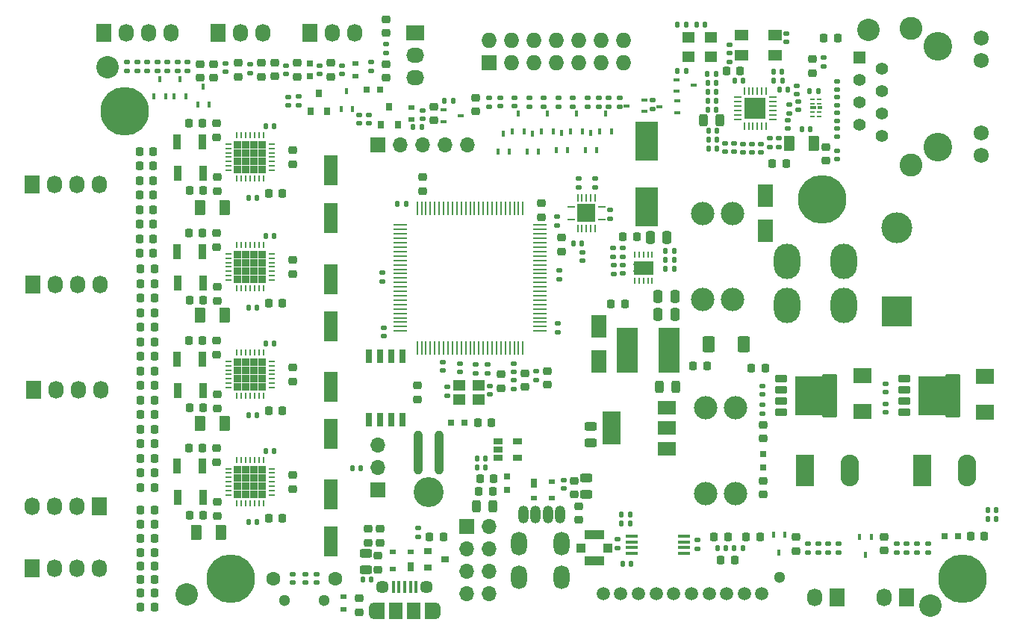
<source format=gbr>
%TF.GenerationSoftware,KiCad,Pcbnew,(6.0.2)*%
%TF.CreationDate,2022-04-18T10:54:01+08:00*%
%TF.ProjectId,BUDDY_v1.0.0,42554444-595f-4763-912e-302e302e6b69,v1.0.0*%
%TF.SameCoordinates,Original*%
%TF.FileFunction,Soldermask,Top*%
%TF.FilePolarity,Negative*%
%FSLAX46Y46*%
G04 Gerber Fmt 4.6, Leading zero omitted, Abs format (unit mm)*
G04 Created by KiCad (PCBNEW (6.0.2)) date 2022-04-18 10:54:01*
%MOMM*%
%LPD*%
G01*
G04 APERTURE LIST*
G04 Aperture macros list*
%AMRoundRect*
0 Rectangle with rounded corners*
0 $1 Rounding radius*
0 $2 $3 $4 $5 $6 $7 $8 $9 X,Y pos of 4 corners*
0 Add a 4 corners polygon primitive as box body*
4,1,4,$2,$3,$4,$5,$6,$7,$8,$9,$2,$3,0*
0 Add four circle primitives for the rounded corners*
1,1,$1+$1,$2,$3*
1,1,$1+$1,$4,$5*
1,1,$1+$1,$6,$7*
1,1,$1+$1,$8,$9*
0 Add four rect primitives between the rounded corners*
20,1,$1+$1,$2,$3,$4,$5,0*
20,1,$1+$1,$4,$5,$6,$7,0*
20,1,$1+$1,$6,$7,$8,$9,0*
20,1,$1+$1,$8,$9,$2,$3,0*%
G04 Aperture macros list end*
%ADD10R,1.700000X1.700000*%
%ADD11O,1.700000X1.700000*%
%ADD12R,0.700000X0.600000*%
%ADD13O,0.250000X0.700000*%
%ADD14O,0.700000X0.250000*%
%ADD15C,0.462500*%
%ADD16R,0.925000X0.925000*%
%ADD17RoundRect,0.243750X0.243750X0.456250X-0.243750X0.456250X-0.243750X-0.456250X0.243750X-0.456250X0*%
%ADD18R,1.727200X1.727200*%
%ADD19O,1.727200X1.727200*%
%ADD20RoundRect,0.147500X0.147500X0.172500X-0.147500X0.172500X-0.147500X-0.172500X0.147500X-0.172500X0*%
%ADD21RoundRect,0.147500X-0.147500X-0.172500X0.147500X-0.172500X0.147500X0.172500X-0.147500X0.172500X0*%
%ADD22RoundRect,0.147500X-0.172500X0.147500X-0.172500X-0.147500X0.172500X-0.147500X0.172500X0.147500X0*%
%ADD23RoundRect,0.218750X0.218750X0.256250X-0.218750X0.256250X-0.218750X-0.256250X0.218750X-0.256250X0*%
%ADD24R,1.450000X0.450000*%
%ADD25C,1.300000*%
%ADD26C,1.500000*%
%ADD27RoundRect,0.147500X0.172500X-0.147500X0.172500X0.147500X-0.172500X0.147500X-0.172500X-0.147500X0*%
%ADD28RoundRect,0.218750X0.256250X-0.218750X0.256250X0.218750X-0.256250X0.218750X-0.256250X-0.218750X0*%
%ADD29RoundRect,0.218750X-0.256250X0.218750X-0.256250X-0.218750X0.256250X-0.218750X0.256250X0.218750X0*%
%ADD30RoundRect,0.243750X0.456250X-0.243750X0.456250X0.243750X-0.456250X0.243750X-0.456250X-0.243750X0*%
%ADD31RoundRect,0.218750X-0.218750X-0.256250X0.218750X-0.256250X0.218750X0.256250X-0.218750X0.256250X0*%
%ADD32R,1.600000X3.500000*%
%ADD33R,0.797560X0.797560*%
%ADD34R,0.700000X1.000000*%
%ADD35R,2.159000X1.778000*%
%ADD36R,1.800000X2.500000*%
%ADD37C,2.650000*%
%ADD38R,0.400000X1.350000*%
%ADD39C,1.450000*%
%ADD40R,1.500000X1.900000*%
%ADD41O,1.200000X1.900000*%
%ADD42R,1.200000X1.900000*%
%ADD43R,1.727200X2.032000*%
%ADD44O,1.727200X2.032000*%
%ADD45C,2.540000*%
%ADD46C,5.500000*%
%ADD47RoundRect,0.249999X0.450001X0.650001X-0.450001X0.650001X-0.450001X-0.650001X0.450001X-0.650001X0*%
%ADD48R,2.100000X3.600000*%
%ADD49O,2.100000X3.600000*%
%ADD50R,0.800000X0.900000*%
%ADD51RoundRect,0.075000X-0.575000X0.350000X-0.575000X-0.350000X0.575000X-0.350000X0.575000X0.350000X0*%
%ADD52R,0.900000X0.900000*%
%ADD53RoundRect,0.075000X-1.650000X2.100000X-1.650000X-2.100000X1.650000X-2.100000X1.650000X2.100000X0*%
%ADD54RoundRect,0.075000X-0.775000X2.350000X-0.775000X-2.350000X0.775000X-2.350000X0.775000X2.350000X0*%
%ADD55R,0.900000X1.700000*%
%ADD56C,1.600000*%
%ADD57R,0.280000X1.500000*%
%ADD58R,1.500000X0.280000*%
%ADD59R,1.060000X0.650000*%
%ADD60R,1.400000X1.150000*%
%ADD61O,1.200000X2.000000*%
%ADD62O,1.800000X2.700000*%
%ADD63O,1.000000X5.000000*%
%ADD64C,3.400000*%
%ADD65R,2.032000X1.727200*%
%ADD66O,2.032000X1.727200*%
%ADD67O,3.000000X4.000000*%
%ADD68RoundRect,0.250000X0.375000X0.625000X-0.375000X0.625000X-0.375000X-0.625000X0.375000X-0.625000X0*%
%ADD69RoundRect,0.243750X-0.456250X0.243750X-0.456250X-0.243750X0.456250X-0.243750X0.456250X0.243750X0*%
%ADD70C,3.250000*%
%ADD71C,1.400000*%
%ADD72R,1.400000X1.400000*%
%ADD73C,1.720000*%
%ADD74C,2.600000*%
%ADD75R,0.900000X0.800000*%
%ADD76RoundRect,0.250000X-0.375000X-0.625000X0.375000X-0.625000X0.375000X0.625000X-0.375000X0.625000X0*%
%ADD77RoundRect,0.062500X-0.062500X0.325000X-0.062500X-0.325000X0.062500X-0.325000X0.062500X0.325000X0*%
%ADD78RoundRect,0.062500X-0.325000X0.062500X-0.325000X-0.062500X0.325000X-0.062500X0.325000X0.062500X0*%
%ADD79RoundRect,0.250000X-0.975000X0.975000X-0.975000X-0.975000X0.975000X-0.975000X0.975000X0.975000X0*%
%ADD80R,1.600000X1.300000*%
%ADD81R,0.850000X0.280000*%
%ADD82R,0.280000X0.850000*%
%ADD83R,2.050000X2.050000*%
%ADD84R,1.400000X1.200000*%
%ADD85R,2.500000X4.400000*%
%ADD86R,0.625000X0.250000*%
%ADD87R,0.700000X0.450000*%
%ADD88R,0.575000X0.450000*%
%ADD89RoundRect,0.243750X-0.243750X-0.456250X0.243750X-0.456250X0.243750X0.456250X-0.243750X0.456250X0*%
%ADD90R,2.000000X1.500000*%
%ADD91R,2.000000X3.800000*%
%ADD92R,0.650000X1.650000*%
%ADD93R,0.450000X0.700000*%
%ADD94R,1.000000X1.000000*%
%ADD95R,2.200000X1.050000*%
%ADD96RoundRect,0.135000X0.185000X-0.135000X0.185000X0.135000X-0.185000X0.135000X-0.185000X-0.135000X0*%
%ADD97RoundRect,0.135000X0.135000X0.185000X-0.135000X0.185000X-0.135000X-0.185000X0.135000X-0.185000X0*%
%ADD98RoundRect,0.225000X-0.225000X-0.250000X0.225000X-0.250000X0.225000X0.250000X-0.225000X0.250000X0*%
%ADD99R,0.270000X0.760000*%
%ADD100R,2.300000X1.500000*%
%ADD101R,3.500000X3.500000*%
%ADD102C,3.500000*%
%ADD103R,2.400000X5.100000*%
%ADD104RoundRect,0.250000X-0.250000X-0.475000X0.250000X-0.475000X0.250000X0.475000X-0.250000X0.475000X0*%
%ADD105RoundRect,0.135000X-0.185000X0.135000X-0.185000X-0.135000X0.185000X-0.135000X0.185000X0.135000X0*%
%ADD106RoundRect,0.140000X0.170000X-0.140000X0.170000X0.140000X-0.170000X0.140000X-0.170000X-0.140000X0*%
%ADD107RoundRect,0.250000X0.250000X0.475000X-0.250000X0.475000X-0.250000X-0.475000X0.250000X-0.475000X0*%
G04 APERTURE END LIST*
D10*
%TO.C,J21*%
X129413000Y-75057000D03*
D11*
X131953000Y-75057000D03*
X134493000Y-75057000D03*
X137033000Y-75057000D03*
X139573000Y-75057000D03*
%TD*%
D12*
%TO.C,D5*%
X126873000Y-65848000D03*
X126873000Y-67248000D03*
%TD*%
%TO.C,D6*%
X133223000Y-70801000D03*
X133223000Y-72201000D03*
%TD*%
%TO.C,D24*%
X125476000Y-127700000D03*
X125476000Y-126300000D03*
%TD*%
D13*
%TO.C,U6*%
X113394000Y-115724000D03*
X113894000Y-115724000D03*
X114394000Y-115724000D03*
X114894000Y-115724000D03*
X115394000Y-115724000D03*
X115894000Y-115724000D03*
X116394000Y-115724000D03*
D14*
X117344000Y-114774000D03*
X117344000Y-114274000D03*
X117344000Y-113774000D03*
X117344000Y-113274000D03*
X117344000Y-112774000D03*
X117344000Y-112274000D03*
X117344000Y-111774000D03*
D13*
X116394000Y-110824000D03*
X115894000Y-110824000D03*
X115394000Y-110824000D03*
X114894000Y-110824000D03*
X114394000Y-110824000D03*
X113894000Y-110824000D03*
X113394000Y-110824000D03*
D14*
X112444000Y-111774000D03*
X112444000Y-112274000D03*
X112444000Y-112774000D03*
X112444000Y-113274000D03*
X112444000Y-113774000D03*
X112444000Y-114274000D03*
X112444000Y-114774000D03*
D15*
X114431500Y-114661500D03*
D16*
X113506500Y-111886500D03*
D15*
X113506500Y-111886500D03*
D16*
X116281500Y-113736500D03*
X114431500Y-111886500D03*
X115356500Y-113736500D03*
D15*
X113506500Y-112811500D03*
D16*
X113506500Y-114661500D03*
X115356500Y-111886500D03*
D15*
X115356500Y-112811500D03*
D16*
X114431500Y-113736500D03*
D15*
X116281500Y-112811500D03*
X116281500Y-113736500D03*
D16*
X115356500Y-114661500D03*
D15*
X114431500Y-113736500D03*
D16*
X115356500Y-112811500D03*
D15*
X116281500Y-111886500D03*
D16*
X114431500Y-114661500D03*
D15*
X115356500Y-113736500D03*
D16*
X113506500Y-113736500D03*
D15*
X115356500Y-114661500D03*
D16*
X116281500Y-111886500D03*
D15*
X113506500Y-114661500D03*
X113506500Y-113736500D03*
D16*
X116281500Y-114661500D03*
X113506500Y-112811500D03*
X116281500Y-112811500D03*
D15*
X114431500Y-112811500D03*
D16*
X114431500Y-112811500D03*
D15*
X115356500Y-111886500D03*
X114431500Y-111886500D03*
X116281500Y-114661500D03*
%TD*%
D13*
%TO.C,U7*%
X113394000Y-103542000D03*
X113894000Y-103542000D03*
X114394000Y-103542000D03*
X114894000Y-103542000D03*
X115394000Y-103542000D03*
X115894000Y-103542000D03*
X116394000Y-103542000D03*
D14*
X117344000Y-102592000D03*
X117344000Y-102092000D03*
X117344000Y-101592000D03*
X117344000Y-101092000D03*
X117344000Y-100592000D03*
X117344000Y-100092000D03*
X117344000Y-99592000D03*
D13*
X116394000Y-98642000D03*
X115894000Y-98642000D03*
X115394000Y-98642000D03*
X114894000Y-98642000D03*
X114394000Y-98642000D03*
X113894000Y-98642000D03*
X113394000Y-98642000D03*
D14*
X112444000Y-99592000D03*
X112444000Y-100092000D03*
X112444000Y-100592000D03*
X112444000Y-101092000D03*
X112444000Y-101592000D03*
X112444000Y-102092000D03*
X112444000Y-102592000D03*
D15*
X115356500Y-101554500D03*
X116281500Y-101554500D03*
X115356500Y-100629500D03*
D16*
X114431500Y-100629500D03*
D15*
X115356500Y-99704500D03*
X114431500Y-101554500D03*
D16*
X116281500Y-102479500D03*
D15*
X116281500Y-100629500D03*
D16*
X114431500Y-99704500D03*
X116281500Y-100629500D03*
D15*
X116281500Y-102479500D03*
D16*
X115356500Y-99704500D03*
D15*
X115356500Y-102479500D03*
X116281500Y-99704500D03*
X114431500Y-99704500D03*
X113506500Y-99704500D03*
D16*
X115356500Y-102479500D03*
X116281500Y-99704500D03*
X114431500Y-101554500D03*
X113506500Y-100629500D03*
X113506500Y-101554500D03*
D15*
X113506500Y-102479500D03*
D16*
X116281500Y-101554500D03*
X113506500Y-99704500D03*
D15*
X113506500Y-101554500D03*
X113506500Y-100629500D03*
X114431500Y-100629500D03*
D16*
X115356500Y-101554500D03*
X115356500Y-100629500D03*
D15*
X114431500Y-102479500D03*
D16*
X114431500Y-102479500D03*
X113506500Y-102479500D03*
%TD*%
D13*
%TO.C,U8*%
X113394000Y-78904000D03*
X113894000Y-78904000D03*
X114394000Y-78904000D03*
X114894000Y-78904000D03*
X115394000Y-78904000D03*
X115894000Y-78904000D03*
X116394000Y-78904000D03*
D14*
X117344000Y-77954000D03*
X117344000Y-77454000D03*
X117344000Y-76954000D03*
X117344000Y-76454000D03*
X117344000Y-75954000D03*
X117344000Y-75454000D03*
X117344000Y-74954000D03*
D13*
X116394000Y-74004000D03*
X115894000Y-74004000D03*
X115394000Y-74004000D03*
X114894000Y-74004000D03*
X114394000Y-74004000D03*
X113894000Y-74004000D03*
X113394000Y-74004000D03*
D14*
X112444000Y-74954000D03*
X112444000Y-75454000D03*
X112444000Y-75954000D03*
X112444000Y-76454000D03*
X112444000Y-76954000D03*
X112444000Y-77454000D03*
X112444000Y-77954000D03*
D15*
X116281500Y-77841500D03*
X115356500Y-75066500D03*
X115356500Y-77841500D03*
X113506500Y-75991500D03*
X116281500Y-75066500D03*
D16*
X115356500Y-75066500D03*
D15*
X115356500Y-76916500D03*
X115356500Y-75991500D03*
D16*
X114431500Y-77841500D03*
X113506500Y-76916500D03*
D15*
X113506500Y-77841500D03*
D16*
X114431500Y-75991500D03*
D15*
X114431500Y-75991500D03*
X114431500Y-75066500D03*
D16*
X115356500Y-76916500D03*
X114431500Y-76916500D03*
D15*
X114431500Y-77841500D03*
D16*
X116281500Y-77841500D03*
X115356500Y-77841500D03*
X113506500Y-77841500D03*
X116281500Y-75991500D03*
D15*
X113506500Y-76916500D03*
D16*
X116281500Y-76916500D03*
X113506500Y-75991500D03*
D15*
X114431500Y-76916500D03*
D16*
X116281500Y-75066500D03*
X115356500Y-75991500D03*
D15*
X116281500Y-75991500D03*
D16*
X113506500Y-75066500D03*
D15*
X113506500Y-75066500D03*
D16*
X114431500Y-75066500D03*
D15*
X116281500Y-76916500D03*
%TD*%
D13*
%TO.C,U9*%
X113394000Y-91350000D03*
X113894000Y-91350000D03*
X114394000Y-91350000D03*
X114894000Y-91350000D03*
X115394000Y-91350000D03*
X115894000Y-91350000D03*
X116394000Y-91350000D03*
D14*
X117344000Y-90400000D03*
X117344000Y-89900000D03*
X117344000Y-89400000D03*
X117344000Y-88900000D03*
X117344000Y-88400000D03*
X117344000Y-87900000D03*
X117344000Y-87400000D03*
D13*
X116394000Y-86450000D03*
X115894000Y-86450000D03*
X115394000Y-86450000D03*
X114894000Y-86450000D03*
X114394000Y-86450000D03*
X113894000Y-86450000D03*
X113394000Y-86450000D03*
D14*
X112444000Y-87400000D03*
X112444000Y-87900000D03*
X112444000Y-88400000D03*
X112444000Y-88900000D03*
X112444000Y-89400000D03*
X112444000Y-89900000D03*
X112444000Y-90400000D03*
D16*
X114431500Y-89362500D03*
D15*
X115356500Y-87512500D03*
X113506500Y-90287500D03*
D16*
X113506500Y-88437500D03*
D15*
X116281500Y-89362500D03*
D16*
X115356500Y-89362500D03*
D15*
X113506500Y-88437500D03*
D16*
X116281500Y-88437500D03*
X115356500Y-90287500D03*
X113506500Y-90287500D03*
X116281500Y-87512500D03*
X113506500Y-87512500D03*
X115356500Y-88437500D03*
D15*
X115356500Y-90287500D03*
D16*
X115356500Y-87512500D03*
D15*
X116281500Y-87512500D03*
D16*
X116281500Y-90287500D03*
D15*
X114431500Y-87512500D03*
D16*
X114431500Y-87512500D03*
X113506500Y-89362500D03*
X116281500Y-89362500D03*
D15*
X114431500Y-89362500D03*
X115356500Y-88437500D03*
X113506500Y-89362500D03*
D16*
X114431500Y-90287500D03*
D15*
X114431500Y-90287500D03*
X113506500Y-87512500D03*
X114431500Y-88437500D03*
D16*
X114431500Y-88437500D03*
D15*
X116281500Y-88437500D03*
X115356500Y-89362500D03*
X116281500Y-90287500D03*
%TD*%
D17*
%TO.C,C37*%
X142415500Y-116035568D03*
X140540500Y-116035568D03*
%TD*%
D18*
%TO.C,J8*%
X141986000Y-65786000D03*
D19*
X141986000Y-63246000D03*
X144526000Y-65786000D03*
X144526000Y-63246000D03*
X147066000Y-65786000D03*
X147066000Y-63246000D03*
X149606000Y-65786000D03*
X149606000Y-63246000D03*
X152146000Y-65786000D03*
X152146000Y-63246000D03*
X154686000Y-65786000D03*
X154686000Y-63246000D03*
X157226000Y-65786000D03*
X157226000Y-63246000D03*
%TD*%
D10*
%TO.C,J1*%
X129413000Y-114173000D03*
D11*
X129413000Y-111633000D03*
X129413000Y-109093000D03*
%TD*%
D20*
%TO.C,R77*%
X199494000Y-117475000D03*
X198524000Y-117475000D03*
%TD*%
%TO.C,R78*%
X170769000Y-120777000D03*
X169799000Y-120777000D03*
%TD*%
%TO.C,R82*%
X168864000Y-120777000D03*
X167894000Y-120777000D03*
%TD*%
D21*
%TO.C,TH1*%
X198524000Y-116459000D03*
X199494000Y-116459000D03*
%TD*%
D22*
%TO.C,C114*%
X144780000Y-101773000D03*
X144780000Y-102743000D03*
%TD*%
D23*
%TO.C,C8*%
X169062500Y-119507000D03*
X167487500Y-119507000D03*
%TD*%
D22*
%TO.C,C52*%
X165608000Y-119888000D03*
X165608000Y-120858000D03*
%TD*%
D20*
%TO.C,R29*%
X157965000Y-117983000D03*
X156995000Y-117983000D03*
%TD*%
%TO.C,R28*%
X157965000Y-116967000D03*
X156995000Y-116967000D03*
%TD*%
D24*
%TO.C,U11*%
X158213000Y-119421000D03*
X158213000Y-120071000D03*
X158213000Y-120721000D03*
X158213000Y-121371000D03*
X164113000Y-121371000D03*
X164113000Y-120721000D03*
X164113000Y-120071000D03*
X164113000Y-119421000D03*
%TD*%
D25*
%TO.C,J23*%
X174940000Y-124084000D03*
D26*
X154940000Y-125984000D03*
X156940000Y-125984000D03*
X158940000Y-125984000D03*
X160940000Y-125984000D03*
X162940000Y-125984000D03*
X164940000Y-125984000D03*
X166940000Y-125984000D03*
X168940000Y-125984000D03*
X170940000Y-125984000D03*
X172940000Y-125984000D03*
%TD*%
D10*
%TO.C,J10*%
X139446000Y-118364000D03*
D11*
X141986000Y-118364000D03*
X139446000Y-120904000D03*
X141986000Y-120904000D03*
X139446000Y-123444000D03*
X141986000Y-123444000D03*
X139446000Y-125984000D03*
X141986000Y-125984000D03*
%TD*%
D20*
%TO.C,R92*%
X141582000Y-110617000D03*
X140612000Y-110617000D03*
%TD*%
D27*
%TO.C,C1*%
X118999000Y-67033000D03*
X118999000Y-66063000D03*
%TD*%
D22*
%TO.C,C2*%
X130302000Y-63650000D03*
X130302000Y-64620000D03*
%TD*%
D27*
%TO.C,C3*%
X178181000Y-121262000D03*
X178181000Y-120292000D03*
%TD*%
%TO.C,C4*%
X188214000Y-121262000D03*
X188214000Y-120292000D03*
%TD*%
D22*
%TO.C,C9*%
X104394000Y-65705000D03*
X104394000Y-66675000D03*
%TD*%
D27*
%TO.C,C10*%
X107823000Y-66652000D03*
X107823000Y-65682000D03*
%TD*%
D22*
%TO.C,C11*%
X138684000Y-99845000D03*
X138684000Y-100815000D03*
%TD*%
D27*
%TO.C,C12*%
X112141000Y-66779000D03*
X112141000Y-65809000D03*
%TD*%
D28*
%TO.C,C14*%
X133858000Y-103911500D03*
X133858000Y-102336500D03*
%TD*%
D29*
%TO.C,C15*%
X119720000Y-112486500D03*
X119720000Y-114061500D03*
%TD*%
D20*
%TO.C,C16*%
X117617100Y-109738160D03*
X116647100Y-109738160D03*
%TD*%
D30*
%TO.C,C21*%
X153035000Y-114729500D03*
X153035000Y-112854500D03*
%TD*%
D31*
%TO.C,C23*%
X171712500Y-100360000D03*
X173287500Y-100360000D03*
%TD*%
D29*
%TO.C,C24*%
X119720000Y-100304500D03*
X119720000Y-101879500D03*
%TD*%
D31*
%TO.C,C25*%
X171145000Y-119507000D03*
X172720000Y-119507000D03*
%TD*%
D22*
%TO.C,C27*%
X136779000Y-99695000D03*
X136779000Y-100665000D03*
%TD*%
D23*
%TO.C,C28*%
X158744917Y-85484692D03*
X157169917Y-85484692D03*
%TD*%
D27*
%TO.C,C30*%
X130048000Y-96751000D03*
X130048000Y-95781000D03*
%TD*%
D20*
%TO.C,C32*%
X117617100Y-97556160D03*
X116647100Y-97556160D03*
%TD*%
D29*
%TO.C,C34*%
X119720000Y-75666500D03*
X119720000Y-77241500D03*
%TD*%
%TO.C,C36*%
X119720000Y-88112500D03*
X119720000Y-89687500D03*
%TD*%
D20*
%TO.C,C38*%
X117617100Y-72918160D03*
X116647100Y-72918160D03*
%TD*%
D23*
%TO.C,C39*%
X142421712Y-114384568D03*
X140846712Y-114384568D03*
%TD*%
D20*
%TO.C,C40*%
X117617100Y-85364160D03*
X116647100Y-85364160D03*
%TD*%
D23*
%TO.C,C42*%
X118582540Y-117411500D03*
X117007540Y-117411500D03*
%TD*%
D21*
%TO.C,C43*%
X114704000Y-117856000D03*
X115674000Y-117856000D03*
%TD*%
D23*
%TO.C,C44*%
X118582540Y-105229500D03*
X117007540Y-105229500D03*
%TD*%
D21*
%TO.C,C45*%
X114704000Y-105674000D03*
X115674000Y-105674000D03*
%TD*%
D23*
%TO.C,C46*%
X109603640Y-117066060D03*
X108028640Y-117066060D03*
%TD*%
%TO.C,C47*%
X109603640Y-104884060D03*
X108028640Y-104884060D03*
%TD*%
%TO.C,C50*%
X109527440Y-109466380D03*
X107952440Y-109466380D03*
%TD*%
%TO.C,C53*%
X109527440Y-97284380D03*
X107952440Y-97284380D03*
%TD*%
D28*
%TO.C,C54*%
X111122460Y-111041280D03*
X111122460Y-109466280D03*
%TD*%
%TO.C,C55*%
X111122460Y-98859280D03*
X111122460Y-97284280D03*
%TD*%
D29*
%TO.C,C58*%
X111180880Y-115541960D03*
X111180880Y-117116960D03*
%TD*%
%TO.C,C59*%
X111180880Y-103359960D03*
X111180880Y-104934960D03*
%TD*%
D32*
%TO.C,C61*%
X124079000Y-102456000D03*
X124079000Y-107856000D03*
%TD*%
D31*
%TO.C,C64*%
X102463500Y-127508000D03*
X104038500Y-127508000D03*
%TD*%
%TO.C,C65*%
X102463500Y-124333000D03*
X104038500Y-124333000D03*
%TD*%
%TO.C,C66*%
X102463500Y-121285000D03*
X104038500Y-121285000D03*
%TD*%
%TO.C,C67*%
X102463500Y-118110000D03*
X104038500Y-118110000D03*
%TD*%
%TO.C,C68*%
X102463500Y-113919000D03*
X104038500Y-113919000D03*
%TD*%
%TO.C,C69*%
X102463500Y-110617000D03*
X104038500Y-110617000D03*
%TD*%
%TO.C,C70*%
X102463500Y-107315000D03*
X104038500Y-107315000D03*
%TD*%
%TO.C,C71*%
X102463500Y-104013000D03*
X104038500Y-104013000D03*
%TD*%
D23*
%TO.C,C72*%
X118582540Y-80591500D03*
X117007540Y-80591500D03*
%TD*%
D21*
%TO.C,C73*%
X114704000Y-81036000D03*
X115674000Y-81036000D03*
%TD*%
D23*
%TO.C,C74*%
X118582540Y-93037500D03*
X117007540Y-93037500D03*
%TD*%
D21*
%TO.C,C75*%
X114704000Y-93482000D03*
X115674000Y-93482000D03*
%TD*%
D23*
%TO.C,C76*%
X109603640Y-80246060D03*
X108028640Y-80246060D03*
%TD*%
%TO.C,C77*%
X109603640Y-92692060D03*
X108028640Y-92692060D03*
%TD*%
%TO.C,C80*%
X109527440Y-72646380D03*
X107952440Y-72646380D03*
%TD*%
%TO.C,C83*%
X109527440Y-85092380D03*
X107952440Y-85092380D03*
%TD*%
D28*
%TO.C,C84*%
X111122460Y-74221280D03*
X111122460Y-72646280D03*
%TD*%
%TO.C,C85*%
X111122460Y-86667280D03*
X111122460Y-85092280D03*
%TD*%
D20*
%TO.C,C87*%
X128628000Y-124333000D03*
X127658000Y-124333000D03*
%TD*%
D29*
%TO.C,C88*%
X111180880Y-78721960D03*
X111180880Y-80296960D03*
%TD*%
%TO.C,C89*%
X111180880Y-91167960D03*
X111180880Y-92742960D03*
%TD*%
D32*
%TO.C,C90*%
X124079000Y-77945000D03*
X124079000Y-83345000D03*
%TD*%
%TO.C,C91*%
X124079000Y-90264000D03*
X124079000Y-95664000D03*
%TD*%
D31*
%TO.C,C94*%
X102336500Y-87376000D03*
X103911500Y-87376000D03*
%TD*%
%TO.C,C95*%
X102336500Y-84074000D03*
X103911500Y-84074000D03*
%TD*%
%TO.C,C96*%
X102336500Y-80772000D03*
X103911500Y-80772000D03*
%TD*%
%TO.C,C97*%
X102336500Y-77470000D03*
X103911500Y-77470000D03*
%TD*%
%TO.C,C98*%
X102463500Y-100711000D03*
X104038500Y-100711000D03*
%TD*%
%TO.C,C99*%
X102463500Y-97409000D03*
X104038500Y-97409000D03*
%TD*%
%TO.C,C100*%
X102463500Y-94107000D03*
X104038500Y-94107000D03*
%TD*%
%TO.C,C101*%
X102463500Y-90805000D03*
X104038500Y-90805000D03*
%TD*%
D22*
%TO.C,C104*%
X142113000Y-102385000D03*
X142113000Y-103355000D03*
%TD*%
D27*
%TO.C,C105*%
X137287000Y-103482000D03*
X137287000Y-102512000D03*
%TD*%
D29*
%TO.C,C106*%
X150241000Y-85572500D03*
X150241000Y-87147500D03*
%TD*%
D28*
%TO.C,C107*%
X134493000Y-80289500D03*
X134493000Y-78714500D03*
%TD*%
D27*
%TO.C,C108*%
X121158000Y-124691000D03*
X121158000Y-123721000D03*
%TD*%
D22*
%TO.C,C109*%
X141859000Y-99972000D03*
X141859000Y-100942000D03*
%TD*%
D20*
%TO.C,C110*%
X132565000Y-81788000D03*
X131595000Y-81788000D03*
%TD*%
D27*
%TO.C,C111*%
X149733000Y-84178000D03*
X149733000Y-83208000D03*
%TD*%
D22*
%TO.C,C112*%
X149777000Y-95305000D03*
X149777000Y-96275000D03*
%TD*%
%TO.C,C113*%
X147320000Y-100757000D03*
X147320000Y-101727000D03*
%TD*%
%TO.C,C115*%
X150495000Y-113053000D03*
X150495000Y-114023000D03*
%TD*%
D29*
%TO.C,C116*%
X146050000Y-100939500D03*
X146050000Y-102514500D03*
%TD*%
%TO.C,C117*%
X143383000Y-101066500D03*
X143383000Y-102641500D03*
%TD*%
D28*
%TO.C,C118*%
X147955000Y-83236000D03*
X147955000Y-81661000D03*
%TD*%
D33*
%TO.C,D3*%
X121666000Y-67297300D03*
X121666000Y-65798700D03*
%TD*%
%TO.C,D4*%
X129641600Y-68834000D03*
X128143000Y-68834000D03*
%TD*%
%TO.C,D9*%
X137708701Y-106566001D03*
X139207301Y-106566001D03*
%TD*%
D34*
%TO.C,D10*%
X133080000Y-122924000D03*
D12*
X133080000Y-121224000D03*
X131080000Y-121224000D03*
X131080000Y-123124000D03*
%TD*%
D35*
%TO.C,D12*%
X184300000Y-105332000D03*
X184300000Y-101268000D03*
%TD*%
D33*
%TO.C,D13*%
X173101000Y-110121700D03*
X173101000Y-111620300D03*
%TD*%
D35*
%TO.C,D14*%
X198247000Y-105410000D03*
X198247000Y-101346000D03*
%TD*%
D33*
%TO.C,D15*%
X193642169Y-119440052D03*
X195140769Y-119440052D03*
%TD*%
%TO.C,D17*%
X144018000Y-112661700D03*
X144018000Y-114160300D03*
%TD*%
D36*
%TO.C,D18*%
X173355000Y-80804000D03*
X173355000Y-84804000D03*
%TD*%
D34*
%TO.C,D22*%
X147082000Y-113423000D03*
D12*
X147082000Y-115123000D03*
X149082000Y-115123000D03*
X149082000Y-113223000D03*
%TD*%
D37*
%TO.C,F3*%
X169594000Y-82887000D03*
X166194000Y-82887000D03*
X169594000Y-92627000D03*
X166194000Y-92627000D03*
%TD*%
D38*
%TO.C,J2*%
X131126000Y-125160000D03*
X131776000Y-125160000D03*
X132426000Y-125160000D03*
X133076000Y-125160000D03*
X133726000Y-125160000D03*
D39*
X134926000Y-125160000D03*
D40*
X133426000Y-127860000D03*
D41*
X135926000Y-127860000D03*
X128926000Y-127860000D03*
D42*
X135326000Y-127860000D03*
X129526000Y-127860000D03*
D40*
X131426000Y-127860000D03*
D39*
X129926000Y-125160000D03*
%TD*%
D43*
%TO.C,J7*%
X98298000Y-62357000D03*
D44*
X100838000Y-62357000D03*
X103378000Y-62357000D03*
X105918000Y-62357000D03*
%TD*%
D43*
%TO.C,J9*%
X111252000Y-62357000D03*
D44*
X113792000Y-62357000D03*
X116332000Y-62357000D03*
%TD*%
D45*
%TO.C,J12*%
X98702000Y-66285000D03*
%TD*%
%TO.C,J13*%
X107702000Y-126000000D03*
%TD*%
%TO.C,J15*%
X192000000Y-127285000D03*
%TD*%
D46*
%TO.C,J17*%
X100702000Y-71285000D03*
%TD*%
%TO.C,J18*%
X112702000Y-124285000D03*
%TD*%
%TO.C,J19*%
X195702000Y-124285000D03*
%TD*%
D28*
%TO.C,L1*%
X117729000Y-67310000D03*
X117729000Y-65735000D03*
%TD*%
%TO.C,L2*%
X130302000Y-62382500D03*
X130302000Y-60807500D03*
%TD*%
%TO.C,L3*%
X124079000Y-67335500D03*
X124079000Y-65760500D03*
%TD*%
%TO.C,L4*%
X135763000Y-72288500D03*
X135763000Y-70713500D03*
%TD*%
D29*
%TO.C,L5*%
X176784000Y-119507000D03*
X176784000Y-121082000D03*
%TD*%
%TO.C,L6*%
X186817000Y-119481500D03*
X186817000Y-121056500D03*
%TD*%
%TO.C,L7*%
X129413000Y-121640500D03*
X129413000Y-123215500D03*
%TD*%
D31*
%TO.C,L8*%
X135229500Y-119507000D03*
X136804500Y-119507000D03*
%TD*%
D29*
%TO.C,L9*%
X127254000Y-126466500D03*
X127254000Y-128041500D03*
%TD*%
D47*
%TO.C,L12*%
X170896257Y-97635544D03*
X166896257Y-97635544D03*
%TD*%
D28*
%TO.C,L14*%
X109220000Y-67462500D03*
X109220000Y-65887500D03*
%TD*%
%TO.C,L15*%
X110744000Y-67462500D03*
X110744000Y-65887500D03*
%TD*%
D29*
%TO.C,L16*%
X140462000Y-69697500D03*
X140462000Y-71272500D03*
%TD*%
D28*
%TO.C,L23*%
X113538000Y-67335500D03*
X113538000Y-65760500D03*
%TD*%
%TO.C,L25*%
X116205000Y-67335500D03*
X116205000Y-65760500D03*
%TD*%
%TO.C,L27*%
X151638000Y-114706500D03*
X151638000Y-113131500D03*
%TD*%
D23*
%TO.C,L31*%
X104061360Y-122811540D03*
X102486360Y-122811540D03*
%TD*%
%TO.C,L32*%
X104035960Y-119694960D03*
X102460960Y-119694960D03*
%TD*%
%TO.C,L33*%
X104035960Y-116507260D03*
X102460960Y-116507260D03*
%TD*%
%TO.C,L34*%
X104038500Y-108966000D03*
X102463500Y-108966000D03*
%TD*%
%TO.C,L35*%
X104038500Y-105664000D03*
X102463500Y-105664000D03*
%TD*%
%TO.C,L36*%
X104038500Y-102362000D03*
X102463500Y-102362000D03*
%TD*%
%TO.C,L37*%
X104035960Y-125897640D03*
X102460960Y-125897640D03*
%TD*%
%TO.C,L38*%
X104038500Y-112268000D03*
X102463500Y-112268000D03*
%TD*%
%TO.C,L39*%
X103911500Y-82423000D03*
X102336500Y-82423000D03*
%TD*%
%TO.C,L40*%
X103911500Y-79121000D03*
X102336500Y-79121000D03*
%TD*%
%TO.C,L41*%
X103911500Y-75819000D03*
X102336500Y-75819000D03*
%TD*%
%TO.C,L42*%
X104038500Y-95758000D03*
X102463500Y-95758000D03*
%TD*%
%TO.C,L43*%
X104038500Y-92456000D03*
X102463500Y-92456000D03*
%TD*%
%TO.C,L44*%
X104038500Y-89154000D03*
X102463500Y-89154000D03*
%TD*%
%TO.C,L45*%
X103911500Y-85725000D03*
X102336500Y-85725000D03*
%TD*%
%TO.C,L46*%
X104038500Y-99060000D03*
X102463500Y-99060000D03*
%TD*%
D28*
%TO.C,L47*%
X148590000Y-102260500D03*
X148590000Y-100685500D03*
%TD*%
D29*
%TO.C,L48*%
X152200000Y-116012500D03*
X152200000Y-117587500D03*
%TD*%
D43*
%TO.C,P1*%
X121666000Y-62357000D03*
D44*
X124206000Y-62357000D03*
X126746000Y-62357000D03*
%TD*%
D43*
%TO.C,P3*%
X181483000Y-126365000D03*
D44*
X178943000Y-126365000D03*
%TD*%
D43*
%TO.C,P4*%
X189357000Y-126365000D03*
D44*
X186817000Y-126365000D03*
%TD*%
D48*
%TO.C,P5*%
X177800000Y-112014000D03*
D49*
X182880000Y-112014000D03*
%TD*%
D48*
%TO.C,P6*%
X191135000Y-112014000D03*
D49*
X196215000Y-112014000D03*
%TD*%
D43*
%TO.C,P8*%
X90390000Y-102838000D03*
D44*
X92930000Y-102838000D03*
X95470000Y-102838000D03*
X98010000Y-102838000D03*
%TD*%
D43*
%TO.C,P9*%
X90170000Y-79538000D03*
D44*
X92710000Y-79538000D03*
X95250000Y-79538000D03*
X97790000Y-79538000D03*
%TD*%
D43*
%TO.C,P10*%
X90290000Y-90938000D03*
D44*
X92830000Y-90938000D03*
X95370000Y-90938000D03*
X97910000Y-90938000D03*
%TD*%
D50*
%TO.C,Q1*%
X121732000Y-71231000D03*
X123632000Y-71231000D03*
X122682000Y-69231000D03*
%TD*%
%TO.C,Q2*%
X129733000Y-72755000D03*
X131633000Y-72755000D03*
X130683000Y-70755000D03*
%TD*%
D51*
%TO.C,Q3*%
X175102000Y-105410000D03*
X175102000Y-101600000D03*
X175102000Y-104140000D03*
X175102000Y-102870000D03*
D52*
X180827000Y-103055000D03*
X180827000Y-102155000D03*
X177227000Y-103955000D03*
X179927000Y-104855000D03*
X178127000Y-102155000D03*
X177227000Y-102155000D03*
X179027000Y-103955000D03*
X177227000Y-104855000D03*
X180827000Y-103955000D03*
X178127000Y-104855000D03*
X179027000Y-103055000D03*
X179927000Y-103955000D03*
X178127000Y-103055000D03*
X179927000Y-102155000D03*
X180827000Y-104855000D03*
X179027000Y-104855000D03*
D53*
X178377000Y-103505000D03*
D52*
X178127000Y-103955000D03*
D54*
X180577000Y-103505000D03*
D52*
X179027000Y-102155000D03*
X179927000Y-103055000D03*
X177227000Y-103055000D03*
%TD*%
D51*
%TO.C,Q4*%
X189072000Y-105410000D03*
X189072000Y-101600000D03*
X189072000Y-102870000D03*
X189072000Y-104140000D03*
D52*
X194797000Y-103955000D03*
D53*
X192347000Y-103505000D03*
D52*
X193897000Y-103055000D03*
X191197000Y-103055000D03*
X194797000Y-102155000D03*
X193897000Y-104855000D03*
X192097000Y-104855000D03*
X192997000Y-102155000D03*
D54*
X194547000Y-103505000D03*
D52*
X191197000Y-103955000D03*
X192097000Y-103055000D03*
X192997000Y-103055000D03*
X194797000Y-103055000D03*
X192097000Y-103955000D03*
X191197000Y-104855000D03*
X193897000Y-103955000D03*
X192997000Y-104855000D03*
X191197000Y-102155000D03*
X192097000Y-102155000D03*
X192997000Y-103955000D03*
X194797000Y-104855000D03*
X193897000Y-102155000D03*
%TD*%
D22*
%TO.C,R1*%
X120373000Y-69596000D03*
X120373000Y-70566000D03*
%TD*%
%TO.C,R2*%
X128397000Y-71651000D03*
X128397000Y-72621000D03*
%TD*%
%TO.C,R3*%
X119253000Y-69619000D03*
X119253000Y-70589000D03*
%TD*%
D27*
%TO.C,R4*%
X127254000Y-72621000D03*
X127254000Y-71651000D03*
%TD*%
D28*
%TO.C,R5*%
X120269000Y-67335500D03*
X120269000Y-65760500D03*
%TD*%
D29*
%TO.C,R6*%
X130302000Y-65887500D03*
X130302000Y-67462500D03*
%TD*%
D27*
%TO.C,R7*%
X128651000Y-66652000D03*
X128651000Y-65682000D03*
%TD*%
D20*
%TO.C,R8*%
X134343000Y-73025000D03*
X133373000Y-73025000D03*
%TD*%
D22*
%TO.C,R9*%
X125349000Y-66063000D03*
X125349000Y-67033000D03*
%TD*%
D27*
%TO.C,R10*%
X134493000Y-72113000D03*
X134493000Y-71143000D03*
%TD*%
D22*
%TO.C,R11*%
X179324000Y-120292000D03*
X179324000Y-121262000D03*
%TD*%
D27*
%TO.C,R12*%
X180467000Y-121262000D03*
X180467000Y-120292000D03*
%TD*%
D22*
%TO.C,R13*%
X181610000Y-120292000D03*
X181610000Y-121262000D03*
%TD*%
%TO.C,R14*%
X189357000Y-120292000D03*
X189357000Y-121262000D03*
%TD*%
D27*
%TO.C,R15*%
X190500000Y-121262000D03*
X190500000Y-120292000D03*
%TD*%
%TO.C,R16*%
X191770000Y-121262000D03*
X191770000Y-120292000D03*
%TD*%
D22*
%TO.C,R18*%
X114935000Y-65936000D03*
X114935000Y-66906000D03*
%TD*%
D29*
%TO.C,R19*%
X129667000Y-118592500D03*
X129667000Y-120167500D03*
%TD*%
D28*
%TO.C,R20*%
X128270000Y-120167500D03*
X128270000Y-118592500D03*
%TD*%
D22*
%TO.C,R22*%
X146558000Y-69746000D03*
X146558000Y-70716000D03*
%TD*%
%TO.C,R23*%
X149860000Y-69746000D03*
X149860000Y-70716000D03*
%TD*%
D23*
%TO.C,C26*%
X166696166Y-100110000D03*
X165121166Y-100110000D03*
%TD*%
D22*
%TO.C,R41*%
X153162000Y-69746000D03*
X153162000Y-70716000D03*
%TD*%
D27*
%TO.C,R42*%
X143256000Y-70693000D03*
X143256000Y-69723000D03*
%TD*%
%TO.C,R43*%
X172974000Y-103355000D03*
X172974000Y-102385000D03*
%TD*%
D22*
%TO.C,R44*%
X172974000Y-104544000D03*
X172974000Y-105514000D03*
%TD*%
D29*
%TO.C,R45*%
X173101000Y-113131500D03*
X173101000Y-114706500D03*
%TD*%
D27*
%TO.C,R46*%
X186944000Y-103101000D03*
X186944000Y-102131000D03*
%TD*%
D22*
%TO.C,R47*%
X186944000Y-104417000D03*
X186944000Y-105387000D03*
%TD*%
D31*
%TO.C,R48*%
X196570500Y-119440052D03*
X198145500Y-119440052D03*
%TD*%
D27*
%TO.C,R54*%
X106680000Y-66652000D03*
X106680000Y-65682000D03*
%TD*%
D22*
%TO.C,R55*%
X103251000Y-65705000D03*
X103251000Y-66675000D03*
%TD*%
%TO.C,R56*%
X102108000Y-65682000D03*
X102108000Y-66652000D03*
%TD*%
%TO.C,R57*%
X105537000Y-65682000D03*
X105537000Y-66652000D03*
%TD*%
D27*
%TO.C,R58*%
X100965000Y-66652000D03*
X100965000Y-65682000D03*
%TD*%
D22*
%TO.C,R63*%
X155575000Y-69746000D03*
X155575000Y-70716000D03*
%TD*%
D27*
%TO.C,R64*%
X129921000Y-90528000D03*
X129921000Y-89558000D03*
%TD*%
D55*
%TO.C,R65*%
X106701000Y-115062000D03*
X109601000Y-115062000D03*
%TD*%
%TO.C,R66*%
X106701000Y-102880000D03*
X109601000Y-102880000D03*
%TD*%
%TO.C,R67*%
X106627000Y-111506000D03*
X109527000Y-111506000D03*
%TD*%
%TO.C,R68*%
X106627000Y-99324000D03*
X109527000Y-99324000D03*
%TD*%
D20*
%TO.C,R70*%
X164315000Y-66675000D03*
X163345000Y-66675000D03*
%TD*%
D55*
%TO.C,R73*%
X106701000Y-78242000D03*
X109601000Y-78242000D03*
%TD*%
%TO.C,R74*%
X106701000Y-90688000D03*
X109601000Y-90688000D03*
%TD*%
%TO.C,R75*%
X106627000Y-74686000D03*
X109527000Y-74686000D03*
%TD*%
%TO.C,R76*%
X106627000Y-87132000D03*
X109527000Y-87132000D03*
%TD*%
D27*
%TO.C,R79*%
X122428000Y-124691000D03*
X122428000Y-123721000D03*
%TD*%
D22*
%TO.C,R80*%
X149987000Y-89304000D03*
X149987000Y-90274000D03*
%TD*%
D27*
%TO.C,R81*%
X119761000Y-124691000D03*
X119761000Y-123721000D03*
%TD*%
%TO.C,R86*%
X144780000Y-100815000D03*
X144780000Y-99845000D03*
%TD*%
D21*
%TO.C,R87*%
X140612000Y-111633000D03*
X141582000Y-111633000D03*
%TD*%
D31*
%TO.C,R88*%
X140944500Y-112903000D03*
X142519500Y-112903000D03*
%TD*%
D27*
%TO.C,R89*%
X144907000Y-70693000D03*
X144907000Y-69723000D03*
%TD*%
%TO.C,R90*%
X148209000Y-70716000D03*
X148209000Y-69746000D03*
%TD*%
%TO.C,R91*%
X151511000Y-70716000D03*
X151511000Y-69746000D03*
%TD*%
%TO.C,R93*%
X154432000Y-70716000D03*
X154432000Y-69746000D03*
%TD*%
D25*
%TO.C,SW1*%
X123291600Y-126746000D03*
X118770400Y-126746000D03*
D56*
X124536200Y-124256800D03*
X117525800Y-124256800D03*
%TD*%
D57*
%TO.C,U10*%
X133842001Y-98066001D03*
X134342001Y-98066001D03*
X134842001Y-98066001D03*
X135342001Y-98066001D03*
X135842001Y-98066001D03*
X136342001Y-98066001D03*
X136842001Y-98066001D03*
X137342001Y-98066001D03*
X137842001Y-98066001D03*
X138342001Y-98066001D03*
X138842001Y-98066001D03*
X139342001Y-98066001D03*
X139842001Y-98066001D03*
X140342001Y-98066001D03*
X140842001Y-98066001D03*
X141342001Y-98066001D03*
X141842001Y-98066001D03*
X142342001Y-98066001D03*
X142842001Y-98066001D03*
X143342001Y-98066001D03*
X143842001Y-98066001D03*
X144342001Y-98066001D03*
X144842001Y-98066001D03*
X145342001Y-98066001D03*
X145842001Y-98066001D03*
D58*
X147742001Y-96166001D03*
X147742001Y-95666001D03*
X147742001Y-95166001D03*
X147742001Y-94666001D03*
X147742001Y-94166001D03*
X147742001Y-93666001D03*
X147742001Y-93166001D03*
X147742001Y-92666001D03*
X147742001Y-92166001D03*
X147742001Y-91666001D03*
X147742001Y-91166001D03*
X147742001Y-90666001D03*
X147742001Y-90166001D03*
X147742001Y-89666001D03*
X147742001Y-89166001D03*
X147742001Y-88666001D03*
X147742001Y-88166001D03*
X147742001Y-87666001D03*
X147742001Y-87166001D03*
X147742001Y-86666001D03*
X147742001Y-86166001D03*
X147742001Y-85666001D03*
X147742001Y-85166001D03*
X147742001Y-84666001D03*
X147742001Y-84166001D03*
D57*
X145842001Y-82266001D03*
X145342001Y-82266001D03*
X144842001Y-82266001D03*
X144342001Y-82266001D03*
X143842001Y-82266001D03*
X143342001Y-82266001D03*
X142842001Y-82266001D03*
X142342001Y-82266001D03*
X141842001Y-82266001D03*
X141342001Y-82266001D03*
X140842001Y-82266001D03*
X140342001Y-82266001D03*
X139842001Y-82266001D03*
X139342001Y-82266001D03*
X138842001Y-82266001D03*
X138342001Y-82266001D03*
X137842001Y-82266001D03*
X137342001Y-82266001D03*
X136842001Y-82266001D03*
X136342001Y-82266001D03*
X135842001Y-82266001D03*
X135342001Y-82266001D03*
X134842001Y-82266001D03*
X134342001Y-82266001D03*
X133842001Y-82266001D03*
D58*
X131942001Y-84166001D03*
X131942001Y-84666001D03*
X131942001Y-85166001D03*
X131942001Y-85666001D03*
X131942001Y-86166001D03*
X131942001Y-86666001D03*
X131942001Y-87166001D03*
X131942001Y-87666001D03*
X131942001Y-88166001D03*
X131942001Y-88666001D03*
X131942001Y-89166001D03*
X131942001Y-89666001D03*
X131942001Y-90166001D03*
X131942001Y-90666001D03*
X131942001Y-91166001D03*
X131942001Y-91666001D03*
X131942001Y-92166001D03*
X131942001Y-92666001D03*
X131942001Y-93166001D03*
X131942001Y-93666001D03*
X131942001Y-94166001D03*
X131942001Y-94666001D03*
X131942001Y-95166001D03*
X131942001Y-95666001D03*
X131942001Y-96166001D03*
%TD*%
D59*
%TO.C,U12*%
X143045000Y-108651000D03*
X143045000Y-109601000D03*
X143045000Y-110551000D03*
X145245000Y-110551000D03*
X145245000Y-108651000D03*
%TD*%
D60*
%TO.C,Y2*%
X140800000Y-102324000D03*
X138600000Y-102324000D03*
X138600000Y-103924000D03*
X140800000Y-103924000D03*
%TD*%
D20*
%TO.C,R83*%
X158092000Y-122555000D03*
X157122000Y-122555000D03*
%TD*%
D61*
%TO.C,J20*%
X150055000Y-116969000D03*
X148655000Y-116969000D03*
X147255000Y-116969000D03*
X145855000Y-116969000D03*
D62*
X145385000Y-124079000D03*
X150225000Y-124079000D03*
X145385000Y-120239000D03*
X150225000Y-120239000D03*
%TD*%
D63*
%TO.C,apendix*%
X136328000Y-109963000D03*
X133928000Y-109963000D03*
D64*
X135128000Y-114463000D03*
%TD*%
D31*
%TO.C,L11*%
X168249500Y-122174000D03*
X169824500Y-122174000D03*
%TD*%
D22*
%TO.C,C49*%
X156591000Y-119784000D03*
X156591000Y-120754000D03*
%TD*%
D45*
%TO.C,J14*%
X185000000Y-62000000D03*
%TD*%
D65*
%TO.C,P2*%
X133604000Y-62357000D03*
D66*
X133604000Y-64897000D03*
X133604000Y-67437000D03*
%TD*%
D67*
%TO.C,J5*%
X175768000Y-93305000D03*
X175768000Y-88305000D03*
%TD*%
%TO.C,J4*%
X182252000Y-93305000D03*
X182252000Y-88305000D03*
%TD*%
D32*
%TO.C,C60*%
X124079000Y-114648000D03*
X124079000Y-120048000D03*
%TD*%
D21*
%TO.C,C62*%
X136929000Y-70104000D03*
X137899000Y-70104000D03*
%TD*%
D27*
%TO.C,C41*%
X156845000Y-70716000D03*
X156845000Y-69746000D03*
%TD*%
D22*
%TO.C,C63*%
X141986000Y-69746000D03*
X141986000Y-70716000D03*
%TD*%
%TO.C,C51*%
X122809000Y-66063000D03*
X122809000Y-67033000D03*
%TD*%
D68*
%TO.C,C92*%
X111636000Y-118999000D03*
X108836000Y-118999000D03*
%TD*%
%TO.C,C93*%
X112020000Y-82169000D03*
X109220000Y-82169000D03*
%TD*%
%TO.C,C121*%
X112014000Y-106680000D03*
X109214000Y-106680000D03*
%TD*%
%TO.C,C122*%
X112017000Y-94361000D03*
X109217000Y-94361000D03*
%TD*%
D20*
%TO.C,R85*%
X127462000Y-111760000D03*
X126492000Y-111760000D03*
%TD*%
D31*
%TO.C,R17*%
X140690500Y-106553000D03*
X142265500Y-106553000D03*
%TD*%
D69*
%TO.C,C5*%
X128016000Y-121363500D03*
X128016000Y-123238500D03*
%TD*%
D22*
%TO.C,R21*%
X133985000Y-118514000D03*
X133985000Y-119484000D03*
%TD*%
D70*
%TO.C,J3*%
X192913000Y-75311000D03*
X192913000Y-63881000D03*
D71*
X186563000Y-74046000D03*
X184023000Y-72776000D03*
X186563000Y-71506000D03*
X184023000Y-70236000D03*
X186563000Y-68966000D03*
X184023000Y-67696000D03*
X186563000Y-66426000D03*
D72*
X184023000Y-65156000D03*
D73*
X197813000Y-76221000D03*
X197813000Y-73681000D03*
X197813000Y-65511000D03*
X197813000Y-62971000D03*
D74*
X189863000Y-77341000D03*
X189863000Y-61851000D03*
%TD*%
D75*
%TO.C,D11*%
X135017000Y-121097000D03*
X135017000Y-122997000D03*
X137017000Y-122047000D03*
%TD*%
D46*
%TO.C,J16*%
X179782000Y-81285000D03*
%TD*%
D76*
%TO.C,C86*%
X176019000Y-74930000D03*
X178819000Y-74930000D03*
%TD*%
D22*
%TO.C,R84*%
X181483000Y-75715000D03*
X181483000Y-76685000D03*
%TD*%
D28*
%TO.C,R95*%
X178689000Y-66929000D03*
X178689000Y-65354000D03*
%TD*%
%TO.C,R94*%
X180213000Y-76860500D03*
X180213000Y-75285500D03*
%TD*%
D21*
%TO.C,R33*%
X166774000Y-69088000D03*
X167744000Y-69088000D03*
%TD*%
%TO.C,R25*%
X166774000Y-68072000D03*
X167744000Y-68072000D03*
%TD*%
D27*
%TO.C,R32*%
X169799000Y-75860000D03*
X169799000Y-74890000D03*
%TD*%
D21*
%TO.C,R26*%
X166867000Y-73470000D03*
X167837000Y-73470000D03*
%TD*%
D27*
%TO.C,R39*%
X175895000Y-73233000D03*
X175895000Y-72263000D03*
%TD*%
D21*
%TO.C,R36*%
X174902000Y-68834000D03*
X175872000Y-68834000D03*
%TD*%
%TO.C,R34*%
X166740000Y-67056000D03*
X167710000Y-67056000D03*
%TD*%
%TO.C,R27*%
X166867000Y-74486000D03*
X167837000Y-74486000D03*
%TD*%
%TO.C,R24*%
X166774000Y-70104000D03*
X167744000Y-70104000D03*
%TD*%
%TO.C,R35*%
X166867000Y-75502000D03*
X167837000Y-75502000D03*
%TD*%
D77*
%TO.C,U1*%
X173428000Y-68942500D03*
X172928000Y-68942500D03*
X172428000Y-68942500D03*
X171928000Y-68942500D03*
X171428000Y-68942500D03*
X170928000Y-68942500D03*
D78*
X170190500Y-69680000D03*
X170190500Y-70180000D03*
X170190500Y-70680000D03*
X170190500Y-71180000D03*
X170190500Y-71680000D03*
X170190500Y-72180000D03*
D77*
X170928000Y-72917500D03*
X171428000Y-72917500D03*
X171928000Y-72917500D03*
X172428000Y-72917500D03*
X172928000Y-72917500D03*
X173428000Y-72917500D03*
D78*
X174165500Y-72180000D03*
X174165500Y-71680000D03*
X174165500Y-71180000D03*
X174165500Y-70680000D03*
X174165500Y-70180000D03*
X174165500Y-69680000D03*
D79*
X172178000Y-70930000D03*
%TD*%
D21*
%TO.C,C120*%
X174244000Y-66802000D03*
X175214000Y-66802000D03*
%TD*%
D22*
%TO.C,C119*%
X173863000Y-74318000D03*
X173863000Y-75288000D03*
%TD*%
D21*
%TO.C,C82*%
X174267000Y-67818000D03*
X175237000Y-67818000D03*
%TD*%
D22*
%TO.C,C81*%
X174879000Y-74318000D03*
X174879000Y-75288000D03*
%TD*%
D23*
%TO.C,C78*%
X170459500Y-66675000D03*
X168884500Y-66675000D03*
%TD*%
D20*
%TO.C,C79*%
X167744000Y-71120000D03*
X166774000Y-71120000D03*
%TD*%
%TO.C,C57*%
X170815000Y-67818000D03*
X169845000Y-67818000D03*
%TD*%
D27*
%TO.C,C56*%
X169257000Y-64661000D03*
X169257000Y-63691000D03*
%TD*%
D22*
%TO.C,C17*%
X175734000Y-62444000D03*
X175734000Y-63414000D03*
%TD*%
%TO.C,C125*%
X140462000Y-99972000D03*
X140462000Y-100942000D03*
%TD*%
D80*
%TO.C,Y4*%
X170659000Y-64904000D03*
X174459000Y-64904000D03*
X174459000Y-62604000D03*
X170659000Y-62604000D03*
%TD*%
D27*
%TO.C,C13*%
X155702000Y-83416000D03*
X155702000Y-82446000D03*
%TD*%
D81*
%TO.C,U5*%
X154760000Y-82054000D03*
D82*
X154035000Y-81079000D03*
X153535000Y-81079000D03*
X153035000Y-81079000D03*
X152535000Y-81079000D03*
X152035000Y-81079000D03*
D81*
X151310000Y-82054000D03*
X151310000Y-83554000D03*
D82*
X152035000Y-84529000D03*
X152535000Y-84529000D03*
X153035000Y-84529000D03*
X153535000Y-84529000D03*
X154035000Y-84529000D03*
D81*
X154760000Y-83554000D03*
D83*
X153035000Y-82804000D03*
%TD*%
D22*
%TO.C,R62*%
X154051000Y-78890000D03*
X154051000Y-79860000D03*
%TD*%
%TO.C,R59*%
X152146000Y-78890000D03*
X152146000Y-79860000D03*
%TD*%
D20*
%TO.C,R60*%
X152527000Y-86233000D03*
X151557000Y-86233000D03*
%TD*%
D27*
%TO.C,R61*%
X152625964Y-88218846D03*
X152625964Y-87248846D03*
%TD*%
D23*
%TO.C,L10*%
X175666500Y-77216000D03*
X174091500Y-77216000D03*
%TD*%
D17*
%TO.C,C48*%
X168196500Y-72263000D03*
X166321500Y-72263000D03*
%TD*%
D21*
%TO.C,C129*%
X165504000Y-61468000D03*
X166474000Y-61468000D03*
%TD*%
D84*
%TO.C,X1*%
X164592000Y-65108000D03*
X167132000Y-65108000D03*
X167132000Y-62908000D03*
X164592000Y-62908000D03*
%TD*%
D27*
%TO.C,R37*%
X177038000Y-71097000D03*
X177038000Y-70127000D03*
%TD*%
D85*
%TO.C,C124*%
X159893000Y-82059000D03*
X159893000Y-74659000D03*
%TD*%
D22*
%TO.C,R40*%
X176022000Y-70508000D03*
X176022000Y-71478000D03*
%TD*%
D86*
%TO.C,U13*%
X179457500Y-69866000D03*
X178682500Y-69866000D03*
X178682500Y-70366000D03*
X179457500Y-70366000D03*
D87*
X178720000Y-70866000D03*
D88*
X179482500Y-70866000D03*
D86*
X178682500Y-71366000D03*
X179457500Y-71366000D03*
X179457500Y-71866000D03*
X178682500Y-71866000D03*
%TD*%
D22*
%TO.C,R38*%
X176911000Y-68349000D03*
X176911000Y-69319000D03*
%TD*%
D27*
%TO.C,C123*%
X181483000Y-72367000D03*
X181483000Y-71397000D03*
%TD*%
D22*
%TO.C,C126*%
X181483000Y-73175000D03*
X181483000Y-74145000D03*
%TD*%
D27*
%TO.C,C127*%
X181483000Y-68811000D03*
X181483000Y-67841000D03*
%TD*%
D22*
%TO.C,C128*%
X181483000Y-69619000D03*
X181483000Y-70589000D03*
%TD*%
D27*
%TO.C,R98*%
X171831000Y-75923000D03*
X171831000Y-74953000D03*
%TD*%
%TO.C,R99*%
X172847000Y-75923000D03*
X172847000Y-74953000D03*
%TD*%
%TO.C,R30*%
X168783000Y-75860000D03*
X168783000Y-74890000D03*
%TD*%
D21*
%TO.C,C102*%
X178331000Y-68961000D03*
X179301000Y-68961000D03*
%TD*%
%TO.C,C103*%
X177442000Y-73279000D03*
X178412000Y-73279000D03*
%TD*%
D27*
%TO.C,R96*%
X179959000Y-66144000D03*
X179959000Y-65174000D03*
%TD*%
D89*
%TO.C,C33*%
X161262500Y-102500000D03*
X163137500Y-102500000D03*
%TD*%
D69*
%TO.C,C35*%
X153543000Y-107012500D03*
X153543000Y-108887500D03*
%TD*%
D29*
%TO.C,C22*%
X173101000Y-106781500D03*
X173101000Y-108356500D03*
%TD*%
D37*
%TO.C,F1*%
X166575000Y-114598000D03*
X169975000Y-114598000D03*
X169975000Y-104858000D03*
X166575000Y-104858000D03*
%TD*%
D90*
%TO.C,U4*%
X162154000Y-109488000D03*
X162154000Y-107188000D03*
D91*
X155854000Y-107188000D03*
D90*
X162154000Y-104888000D03*
%TD*%
D22*
%TO.C,R71*%
X169291000Y-64666000D03*
X169291000Y-65636000D03*
%TD*%
D20*
%TO.C,R72*%
X164315000Y-61468000D03*
X163345000Y-61468000D03*
%TD*%
D22*
%TO.C,R97*%
X170815000Y-74953000D03*
X170815000Y-75923000D03*
%TD*%
D92*
%TO.C,U2*%
X132207000Y-99016000D03*
X130937000Y-99016000D03*
X129667000Y-99016000D03*
X128397000Y-99016000D03*
X128397000Y-106216000D03*
X129667000Y-106216000D03*
X130937000Y-106216000D03*
X132207000Y-106216000D03*
%TD*%
D31*
%TO.C,L17*%
X179933500Y-62992000D03*
X181508500Y-62992000D03*
%TD*%
D93*
%TO.C,D1*%
X125207000Y-70977000D03*
X126507000Y-70977000D03*
X125857000Y-68977000D03*
%TD*%
%TO.C,D7*%
X175529000Y-119269000D03*
X174229000Y-119269000D03*
X174879000Y-121269000D03*
%TD*%
%TO.C,D8*%
X185308000Y-119523000D03*
X184008000Y-119523000D03*
X184658000Y-121523000D03*
%TD*%
%TO.C,D20*%
X106284000Y-69580000D03*
X107584000Y-69580000D03*
X106934000Y-67580000D03*
%TD*%
%TO.C,D21*%
X103998000Y-69580000D03*
X105298000Y-69580000D03*
X104648000Y-67580000D03*
%TD*%
%TO.C,D25*%
X108951000Y-70469000D03*
X110251000Y-70469000D03*
X109601000Y-68469000D03*
%TD*%
%TO.C,D26*%
X152893000Y-75676000D03*
X154193000Y-75676000D03*
X153543000Y-73676000D03*
%TD*%
%TO.C,D27*%
X149591000Y-75676000D03*
X150891000Y-75676000D03*
X150241000Y-73676000D03*
%TD*%
%TO.C,D28*%
X146289000Y-75803000D03*
X147589000Y-75803000D03*
X146939000Y-73803000D03*
%TD*%
%TO.C,D29*%
X154544000Y-73517000D03*
X155844000Y-73517000D03*
X155194000Y-71517000D03*
%TD*%
%TO.C,D30*%
X151242000Y-73517000D03*
X152542000Y-73517000D03*
X151892000Y-71517000D03*
%TD*%
%TO.C,D31*%
X147940000Y-73517000D03*
X149240000Y-73517000D03*
X148590000Y-71517000D03*
%TD*%
%TO.C,D32*%
X144638000Y-73517000D03*
X145938000Y-73517000D03*
X145288000Y-71517000D03*
%TD*%
%TO.C,D33*%
X142987000Y-75803000D03*
X144287000Y-75803000D03*
X143637000Y-73803000D03*
%TD*%
D87*
%TO.C,D34*%
X159608000Y-71270000D03*
X159608000Y-69970000D03*
X157608000Y-70620000D03*
%TD*%
%TO.C,D35*%
X163306000Y-71389000D03*
X163306000Y-70089000D03*
X161306000Y-70739000D03*
%TD*%
%TO.C,D36*%
X163211000Y-67676000D03*
X163211000Y-68976000D03*
X165211000Y-68326000D03*
%TD*%
%TO.C,D2*%
X136795000Y-71105000D03*
X136795000Y-72405000D03*
X138795000Y-71755000D03*
%TD*%
D27*
%TO.C,R69*%
X160528000Y-70970000D03*
X160528000Y-70000000D03*
%TD*%
D94*
%TO.C,J11*%
X155424000Y-120777000D03*
D95*
X153924000Y-122252000D03*
X153924000Y-119302000D03*
D94*
X152424000Y-120777000D03*
%TD*%
D15*
%TO.C,*%
X158619711Y-88625317D03*
%TD*%
D96*
%TO.C,R31*%
X157126456Y-87753149D03*
X157126456Y-86733149D03*
%TD*%
D97*
%TO.C,R103*%
X162985055Y-88094897D03*
X161965055Y-88094897D03*
%TD*%
D98*
%TO.C,C131*%
X155825000Y-93136422D03*
X157375000Y-93136422D03*
%TD*%
D99*
%TO.C,U14*%
X158500000Y-90485000D03*
X159000000Y-90485000D03*
X159500000Y-90485000D03*
X160000000Y-90485000D03*
X160500000Y-90485000D03*
X160500000Y-87515000D03*
X160000000Y-87515000D03*
X159500000Y-87515000D03*
X159000000Y-87515000D03*
X158500000Y-87515000D03*
D100*
X159500000Y-89000000D03*
%TD*%
D101*
%TO.C,U99*%
X188200000Y-93950000D03*
D102*
X188200000Y-84450000D03*
%TD*%
D15*
%TO.C,*%
X160381500Y-88625317D03*
%TD*%
%TO.C,*%
X158616342Y-89375317D03*
%TD*%
D103*
%TO.C,L13*%
X162366881Y-98381354D03*
X157666881Y-98381354D03*
%TD*%
D104*
%TO.C,C133*%
X161152677Y-94292346D03*
X163052677Y-94292346D03*
%TD*%
%TO.C,C6*%
X160274194Y-85588642D03*
X162174194Y-85588642D03*
%TD*%
D43*
%TO.C,P7*%
X97800000Y-116010000D03*
D44*
X95260000Y-116010000D03*
X92720000Y-116010000D03*
X90180000Y-116010000D03*
%TD*%
D15*
%TO.C,*%
X159500000Y-89375317D03*
%TD*%
D97*
%TO.C,R104*%
X162993370Y-89106551D03*
X161973370Y-89106551D03*
%TD*%
D96*
%TO.C,R102*%
X156107874Y-89711322D03*
X156107874Y-88691322D03*
%TD*%
D105*
%TO.C,R100*%
X156095401Y-86720677D03*
X156095401Y-87740677D03*
%TD*%
D106*
%TO.C,C130*%
X157122299Y-89660535D03*
X157122299Y-88700535D03*
%TD*%
D15*
%TO.C,*%
X159500000Y-88625317D03*
%TD*%
D107*
%TO.C,C132*%
X163059763Y-92237921D03*
X161159763Y-92237921D03*
%TD*%
D36*
%TO.C,D16*%
X154447936Y-99614299D03*
X154447936Y-95614299D03*
%TD*%
D15*
%TO.C,*%
X160378131Y-89375317D03*
%TD*%
D43*
%TO.C,P99*%
X90180000Y-123048000D03*
D44*
X92720000Y-123048000D03*
X95260000Y-123048000D03*
X97800000Y-123048000D03*
%TD*%
D97*
%TO.C,R101*%
X162986762Y-87082027D03*
X161966762Y-87082027D03*
%TD*%
M02*

</source>
